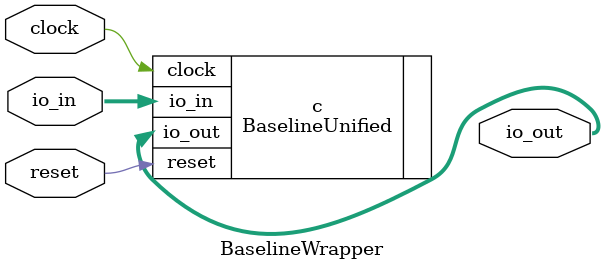
<source format=v>
module BaselineWrapper(
  input wire clock,
  input wire reset,
  input wire [2047:0] io_in,
  output wire [339:0] io_out
);
  BaselineUnified c(
    .clock(clock),
    .reset(reset),
    .io_in(io_in),
    .io_out(io_out)
  );
endmodule
</source>
